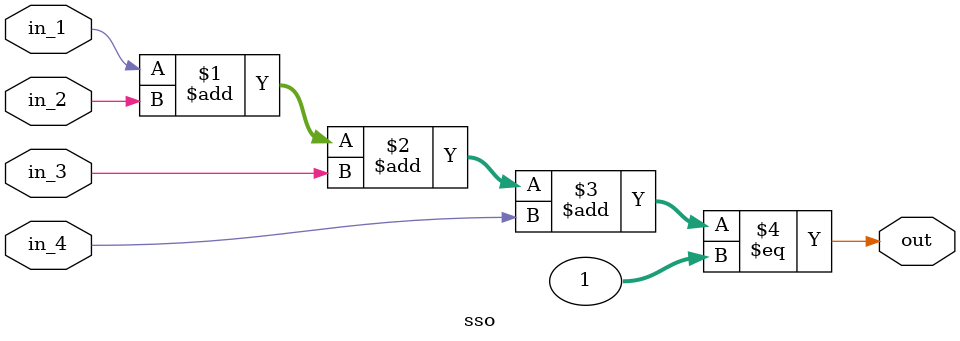
<source format=v>
`timescale 1ns/1ns

module sso(in_1, in_2, in_3, in_4, out);
	input in_1, in_2, in_3, in_4;
	output out;

	assign out = (in_1 + in_2 + in_3 + in_4) == 1;
endmodule
</source>
